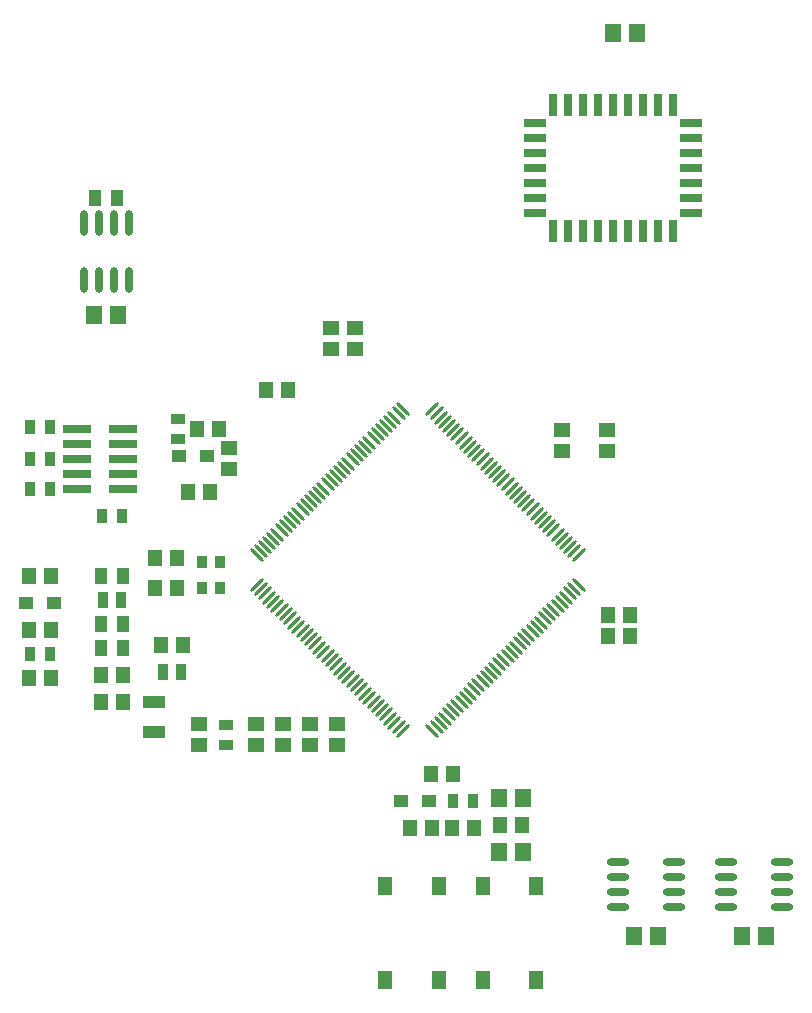
<source format=gtp>
%FSLAX25Y25*%
%MOIN*%
G70*
G01*
G75*
G04 Layer_Color=8421504*
%ADD10C,0.04000*%
G04:AMPARAMS|DCode=11|XSize=9.84mil|YSize=61.02mil|CornerRadius=0mil|HoleSize=0mil|Usage=FLASHONLY|Rotation=45.000|XOffset=0mil|YOffset=0mil|HoleType=Round|Shape=Round|*
%AMOVALD11*
21,1,0.05118,0.00984,0.00000,0.00000,135.0*
1,1,0.00984,0.01810,-0.01810*
1,1,0.00984,-0.01810,0.01810*
%
%ADD11OVALD11*%

G04:AMPARAMS|DCode=12|XSize=9.84mil|YSize=61.02mil|CornerRadius=0mil|HoleSize=0mil|Usage=FLASHONLY|Rotation=315.000|XOffset=0mil|YOffset=0mil|HoleType=Round|Shape=Round|*
%AMOVALD12*
21,1,0.05118,0.00984,0.00000,0.00000,45.0*
1,1,0.00984,-0.01810,-0.01810*
1,1,0.00984,0.01810,0.01810*
%
%ADD12OVALD12*%

%ADD13R,0.04528X0.05709*%
%ADD14R,0.05315X0.06102*%
%ADD15R,0.04134X0.05512*%
%ADD16R,0.03347X0.05118*%
%ADD17R,0.05118X0.06102*%
%ADD18O,0.02362X0.08661*%
%ADD19R,0.04528X0.03937*%
%ADD20R,0.03740X0.05315*%
%ADD21R,0.07500X0.04300*%
%ADD22R,0.03500X0.03900*%
%ADD23R,0.05709X0.04528*%
%ADD24R,0.05118X0.03347*%
%ADD25R,0.09449X0.02992*%
%ADD26R,0.07500X0.02800*%
%ADD27R,0.02800X0.07500*%
%ADD28O,0.07480X0.02362*%
%ADD29C,0.00800*%
%ADD30C,0.01600*%
%ADD31C,0.00787*%
%ADD32C,0.27559*%
%ADD33C,0.18740*%
%ADD34R,0.06654X0.06654*%
%ADD35C,0.06654*%
%ADD36C,0.07000*%
%ADD37R,0.07000X0.07000*%
%ADD38C,0.11500*%
%ADD39C,0.01800*%
%ADD40C,0.04000*%
%ADD41C,0.16598*%
G04:AMPARAMS|DCode=42|XSize=185.197mil|YSize=185.197mil|CornerRadius=0mil|HoleSize=0mil|Usage=FLASHONLY|Rotation=0.000|XOffset=0mil|YOffset=0mil|HoleType=Round|Shape=Relief|Width=10mil|Gap=10mil|Entries=4|*
%AMTHD42*
7,0,0,0.18520,0.16520,0.01000,45*
%
%ADD42THD42*%
%ADD43C,0.08291*%
G04:AMPARAMS|DCode=44|XSize=102.913mil|YSize=102.913mil|CornerRadius=0mil|HoleSize=0mil|Usage=FLASHONLY|Rotation=0.000|XOffset=0mil|YOffset=0mil|HoleType=Round|Shape=Relief|Width=10mil|Gap=10mil|Entries=4|*
%AMTHD44*
7,0,0,0.10291,0.08291,0.01000,45*
%
%ADD44THD44*%
%ADD45C,0.08700*%
G04:AMPARAMS|DCode=46|XSize=107mil|YSize=107mil|CornerRadius=0mil|HoleSize=0mil|Usage=FLASHONLY|Rotation=0.000|XOffset=0mil|YOffset=0mil|HoleType=Round|Shape=Relief|Width=10mil|Gap=10mil|Entries=4|*
%AMTHD46*
7,0,0,0.10700,0.08700,0.01000,45*
%
%ADD46THD46*%
%ADD47C,0.12000*%
G04:AMPARAMS|DCode=48|XSize=140mil|YSize=140mil|CornerRadius=0mil|HoleSize=0mil|Usage=FLASHONLY|Rotation=0.000|XOffset=0mil|YOffset=0mil|HoleType=Round|Shape=Relief|Width=10mil|Gap=10mil|Entries=4|*
%AMTHD48*
7,0,0,0.14000,0.12000,0.01000,45*
%
%ADD48THD48*%
G04:AMPARAMS|DCode=49|XSize=68mil|YSize=68mil|CornerRadius=0mil|HoleSize=0mil|Usage=FLASHONLY|Rotation=0.000|XOffset=0mil|YOffset=0mil|HoleType=Round|Shape=Relief|Width=10mil|Gap=10mil|Entries=4|*
%AMTHD49*
7,0,0,0.06800,0.04800,0.01000,45*
%
%ADD49THD49*%
%ADD50C,0.04800*%
%ADD51C,0.16520*%
%ADD52C,0.00984*%
%ADD53C,0.02362*%
%ADD54C,0.01000*%
%ADD55C,0.01575*%
%ADD56C,0.01969*%
%ADD57C,0.03000*%
%ADD58C,0.00200*%
%ADD59C,0.00591*%
D11*
X191909Y220510D02*
D03*
X190517Y219118D02*
D03*
X189125Y217726D02*
D03*
X187733Y216334D02*
D03*
X186341Y214942D02*
D03*
X184949Y213550D02*
D03*
X183557Y212158D02*
D03*
X182165Y210766D02*
D03*
X180773Y209374D02*
D03*
X179382Y207982D02*
D03*
X177990Y206590D02*
D03*
X176598Y205198D02*
D03*
X175206Y203806D02*
D03*
X173814Y202414D02*
D03*
X172422Y201023D02*
D03*
X171030Y199631D02*
D03*
X169638Y198239D02*
D03*
X168246Y196847D02*
D03*
X166854Y195455D02*
D03*
X165462Y194063D02*
D03*
X164070Y192671D02*
D03*
X162678Y191279D02*
D03*
X161286Y189887D02*
D03*
X159894Y188495D02*
D03*
X158502Y187103D02*
D03*
X157110Y185711D02*
D03*
X155719Y184319D02*
D03*
X154326Y182927D02*
D03*
X152935Y181535D02*
D03*
X151543Y180143D02*
D03*
X150151Y178752D02*
D03*
X148759Y177360D02*
D03*
X147367Y175968D02*
D03*
X145975Y174576D02*
D03*
X144583Y173184D02*
D03*
X143191Y171792D02*
D03*
X201792Y113191D02*
D03*
X203184Y114583D02*
D03*
X204576Y115975D02*
D03*
X205968Y117367D02*
D03*
X207360Y118759D02*
D03*
X208752Y120151D02*
D03*
X210143Y121543D02*
D03*
X211535Y122935D02*
D03*
X212927Y124327D02*
D03*
X214319Y125718D02*
D03*
X215711Y127110D02*
D03*
X217103Y128502D02*
D03*
X218495Y129894D02*
D03*
X219887Y131286D02*
D03*
X221279Y132678D02*
D03*
X222671Y134070D02*
D03*
X224063Y135462D02*
D03*
X225455Y136854D02*
D03*
X226847Y138246D02*
D03*
X228239Y139638D02*
D03*
X229631Y141030D02*
D03*
X231023Y142422D02*
D03*
X232415Y143814D02*
D03*
X233806Y145206D02*
D03*
X235198Y146598D02*
D03*
X236590Y147990D02*
D03*
X237982Y149381D02*
D03*
X239374Y150774D02*
D03*
X240766Y152165D02*
D03*
X242158Y153557D02*
D03*
X243550Y154949D02*
D03*
X244942Y156341D02*
D03*
X246334Y157733D02*
D03*
X247726Y159125D02*
D03*
X249118Y160517D02*
D03*
X250510Y161909D02*
D03*
D12*
X143191D02*
D03*
X144583Y160517D02*
D03*
X145975Y159125D02*
D03*
X147367Y157733D02*
D03*
X148759Y156341D02*
D03*
X150151Y154949D02*
D03*
X151543Y153557D02*
D03*
X152935Y152165D02*
D03*
X154326Y150774D02*
D03*
X155719Y149381D02*
D03*
X157110Y147990D02*
D03*
X158502Y146598D02*
D03*
X159894Y145206D02*
D03*
X161286Y143814D02*
D03*
X162678Y142422D02*
D03*
X164070Y141030D02*
D03*
X165462Y139638D02*
D03*
X166854Y138246D02*
D03*
X168246Y136854D02*
D03*
X169638Y135462D02*
D03*
X171030Y134070D02*
D03*
X172422Y132678D02*
D03*
X173814Y131286D02*
D03*
X175206Y129894D02*
D03*
X176598Y128502D02*
D03*
X177990Y127110D02*
D03*
X179382Y125718D02*
D03*
X180773Y124327D02*
D03*
X182165Y122935D02*
D03*
X183557Y121543D02*
D03*
X184949Y120151D02*
D03*
X186341Y118759D02*
D03*
X187733Y117367D02*
D03*
X189125Y115975D02*
D03*
X190517Y114583D02*
D03*
X191909Y113191D02*
D03*
X250510Y171792D02*
D03*
X249118Y173184D02*
D03*
X247726Y174576D02*
D03*
X246334Y175968D02*
D03*
X244942Y177360D02*
D03*
X243550Y178752D02*
D03*
X242158Y180143D02*
D03*
X240766Y181535D02*
D03*
X239374Y182927D02*
D03*
X237982Y184319D02*
D03*
X236590Y185711D02*
D03*
X235198Y187103D02*
D03*
X233806Y188495D02*
D03*
X232415Y189887D02*
D03*
X231023Y191279D02*
D03*
X229631Y192671D02*
D03*
X228239Y194063D02*
D03*
X226847Y195455D02*
D03*
X225455Y196847D02*
D03*
X224063Y198239D02*
D03*
X222671Y199631D02*
D03*
X221279Y201023D02*
D03*
X219887Y202414D02*
D03*
X218495Y203806D02*
D03*
X217103Y205198D02*
D03*
X215711Y206590D02*
D03*
X214319Y207982D02*
D03*
X212927Y209374D02*
D03*
X211535Y210766D02*
D03*
X210143Y212158D02*
D03*
X208752Y213550D02*
D03*
X207360Y214942D02*
D03*
X205968Y216334D02*
D03*
X204576Y217726D02*
D03*
X203184Y219118D02*
D03*
X201792Y220510D02*
D03*
D13*
X260457Y145000D02*
D03*
X267543D02*
D03*
X74543Y165000D02*
D03*
X67457D02*
D03*
X67457Y147000D02*
D03*
X74543D02*
D03*
Y131000D02*
D03*
X67457D02*
D03*
X91457Y132000D02*
D03*
X98543D02*
D03*
X91457Y123000D02*
D03*
X98543D02*
D03*
X109457Y171000D02*
D03*
X116543D02*
D03*
Y161000D02*
D03*
X109457D02*
D03*
X111457Y142000D02*
D03*
X118543D02*
D03*
X146457Y227000D02*
D03*
X153543D02*
D03*
X120457Y193000D02*
D03*
X127543D02*
D03*
X123457Y214000D02*
D03*
X130543D02*
D03*
X260457Y152000D02*
D03*
X267543D02*
D03*
X224457Y82000D02*
D03*
X231543D02*
D03*
X208457Y81000D02*
D03*
X215543D02*
D03*
X194457D02*
D03*
X201543D02*
D03*
X201457Y99000D02*
D03*
X208543D02*
D03*
D14*
X89063Y252000D02*
D03*
X96937D02*
D03*
X262063Y346000D02*
D03*
X269937D02*
D03*
X269063Y45000D02*
D03*
X276937D02*
D03*
X305063D02*
D03*
X312937D02*
D03*
X224063Y73000D02*
D03*
X231937D02*
D03*
X224063Y91000D02*
D03*
X231937D02*
D03*
D15*
X89260Y291000D02*
D03*
X96740D02*
D03*
X91260Y165000D02*
D03*
X98740D02*
D03*
X91260Y149000D02*
D03*
X98740D02*
D03*
X91260Y141000D02*
D03*
X98740D02*
D03*
D16*
X91654Y185000D02*
D03*
X98347D02*
D03*
X67654Y194000D02*
D03*
X74347D02*
D03*
X67654Y204000D02*
D03*
X74347D02*
D03*
X67654Y214500D02*
D03*
X74347D02*
D03*
X67654Y139000D02*
D03*
X74347D02*
D03*
X208653Y90000D02*
D03*
X215347D02*
D03*
D17*
X218642Y30350D02*
D03*
Y61650D02*
D03*
X236358Y30350D02*
D03*
Y61650D02*
D03*
X186142Y30350D02*
D03*
Y61650D02*
D03*
X203858Y30350D02*
D03*
Y61650D02*
D03*
D18*
X85500Y263551D02*
D03*
Y282449D02*
D03*
X95500Y263551D02*
D03*
X90500D02*
D03*
X100500D02*
D03*
X90500Y282449D02*
D03*
X95500D02*
D03*
X100500D02*
D03*
D19*
X66374Y156000D02*
D03*
X75626D02*
D03*
X117374Y205000D02*
D03*
X126626D02*
D03*
X191374Y90000D02*
D03*
X200626D02*
D03*
D20*
X91850Y157000D02*
D03*
X98150D02*
D03*
X111850Y133000D02*
D03*
X118150D02*
D03*
D21*
X109000Y113079D02*
D03*
Y122921D02*
D03*
D22*
X124900Y161000D02*
D03*
Y169500D02*
D03*
X131000D02*
D03*
Y161000D02*
D03*
D23*
X124000Y108457D02*
D03*
Y115543D02*
D03*
X143000D02*
D03*
Y108457D02*
D03*
X152000Y108457D02*
D03*
Y115543D02*
D03*
X161000D02*
D03*
Y108457D02*
D03*
X170000Y115543D02*
D03*
Y108457D02*
D03*
X133957Y200457D02*
D03*
Y207543D02*
D03*
X168000Y240457D02*
D03*
Y247543D02*
D03*
X176000Y240457D02*
D03*
Y247543D02*
D03*
X245000Y206457D02*
D03*
Y213543D02*
D03*
X260000Y206457D02*
D03*
Y213543D02*
D03*
D24*
X133000Y108653D02*
D03*
Y115347D02*
D03*
X117000Y210653D02*
D03*
Y217347D02*
D03*
D25*
X98677Y209000D02*
D03*
X83323D02*
D03*
X98677Y214000D02*
D03*
Y204000D02*
D03*
Y199000D02*
D03*
X83323Y214000D02*
D03*
Y204000D02*
D03*
Y199000D02*
D03*
X98677Y194000D02*
D03*
X83323D02*
D03*
D26*
X236000Y286000D02*
D03*
Y291000D02*
D03*
Y296000D02*
D03*
Y311000D02*
D03*
Y301000D02*
D03*
Y306000D02*
D03*
Y316000D02*
D03*
X288000Y286000D02*
D03*
Y291000D02*
D03*
Y306000D02*
D03*
Y296000D02*
D03*
Y301000D02*
D03*
Y311000D02*
D03*
Y316000D02*
D03*
D27*
X242000Y280000D02*
D03*
X252000D02*
D03*
X247000D02*
D03*
Y322000D02*
D03*
X242000D02*
D03*
X252000D02*
D03*
X272000Y280000D02*
D03*
X277000D02*
D03*
X257000D02*
D03*
X267000D02*
D03*
X262000D02*
D03*
X282000D02*
D03*
X272000Y322000D02*
D03*
X277000D02*
D03*
X257000D02*
D03*
X267000D02*
D03*
X262000D02*
D03*
X282000D02*
D03*
D28*
X299748Y54500D02*
D03*
Y59500D02*
D03*
Y64500D02*
D03*
Y69500D02*
D03*
X318252Y54500D02*
D03*
Y64500D02*
D03*
Y59500D02*
D03*
Y69500D02*
D03*
X263748Y54500D02*
D03*
Y59500D02*
D03*
Y64500D02*
D03*
Y69500D02*
D03*
X282252Y54500D02*
D03*
Y64500D02*
D03*
Y59500D02*
D03*
Y69500D02*
D03*
M02*

</source>
